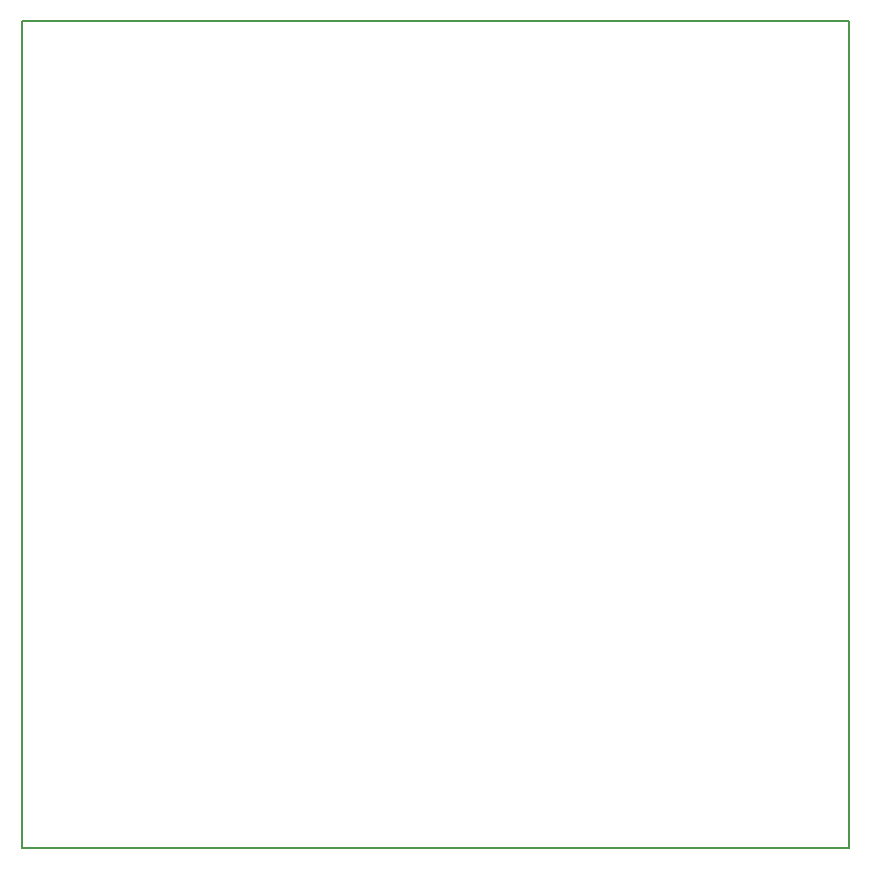
<source format=gm1>
G04 #@! TF.GenerationSoftware,KiCad,Pcbnew,8.0.2*
G04 #@! TF.CreationDate,2024-05-21T10:32:01-06:00*
G04 #@! TF.ProjectId,Patch_Antenna,50617463-685f-4416-9e74-656e6e612e6b,rev?*
G04 #@! TF.SameCoordinates,Original*
G04 #@! TF.FileFunction,Profile,NP*
%FSLAX46Y46*%
G04 Gerber Fmt 4.6, Leading zero omitted, Abs format (unit mm)*
G04 Created by KiCad (PCBNEW 8.0.2) date 2024-05-21 10:32:01*
%MOMM*%
%LPD*%
G01*
G04 APERTURE LIST*
G04 #@! TA.AperFunction,Profile*
%ADD10C,0.200000*%
G04 #@! TD*
G04 APERTURE END LIST*
D10*
X100000000Y-60000000D02*
X170000000Y-60000000D01*
X170000000Y-130000000D01*
X100000000Y-130000000D01*
X100000000Y-60000000D01*
M02*

</source>
